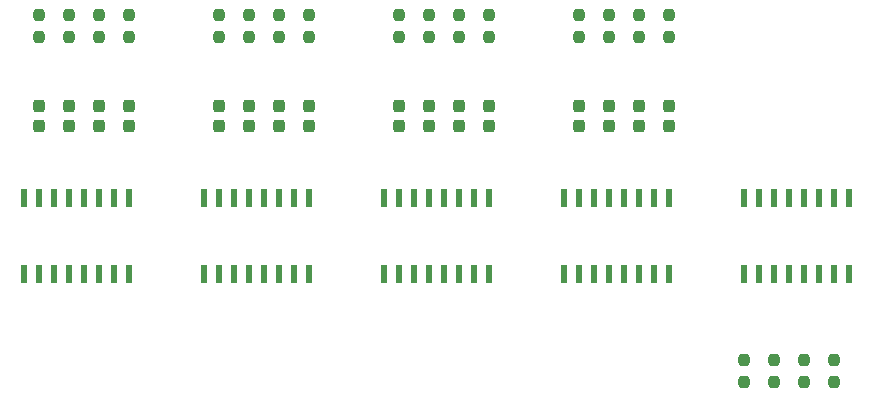
<source format=gtp>
G04 #@! TF.GenerationSoftware,KiCad,Pcbnew,9.0.0*
G04 #@! TF.CreationDate,2025-03-06T11:49:08+09:00*
G04 #@! TF.ProjectId,ufb_hat,7566625f-6861-4742-9e6b-696361645f70,rev?*
G04 #@! TF.SameCoordinates,PX2fd7508PY6486dd0*
G04 #@! TF.FileFunction,Paste,Top*
G04 #@! TF.FilePolarity,Positive*
%FSLAX46Y46*%
G04 Gerber Fmt 4.6, Leading zero omitted, Abs format (unit mm)*
G04 Created by KiCad (PCBNEW 9.0.0) date 2025-03-06 11:49:08*
%MOMM*%
%LPD*%
G01*
G04 APERTURE LIST*
G04 Aperture macros list*
%AMRoundRect*
0 Rectangle with rounded corners*
0 $1 Rounding radius*
0 $2 $3 $4 $5 $6 $7 $8 $9 X,Y pos of 4 corners*
0 Add a 4 corners polygon primitive as box body*
4,1,4,$2,$3,$4,$5,$6,$7,$8,$9,$2,$3,0*
0 Add four circle primitives for the rounded corners*
1,1,$1+$1,$2,$3*
1,1,$1+$1,$4,$5*
1,1,$1+$1,$6,$7*
1,1,$1+$1,$8,$9*
0 Add four rect primitives between the rounded corners*
20,1,$1+$1,$2,$3,$4,$5,0*
20,1,$1+$1,$4,$5,$6,$7,0*
20,1,$1+$1,$6,$7,$8,$9,0*
20,1,$1+$1,$8,$9,$2,$3,0*%
G04 Aperture macros list end*
%ADD10RoundRect,0.237500X0.237500X-0.287500X0.237500X0.287500X-0.237500X0.287500X-0.237500X-0.287500X0*%
%ADD11RoundRect,0.237500X0.237500X-0.250000X0.237500X0.250000X-0.237500X0.250000X-0.237500X-0.250000X0*%
%ADD12RoundRect,0.137500X-0.137500X0.662500X-0.137500X-0.662500X0.137500X-0.662500X0.137500X0.662500X0*%
%ADD13RoundRect,0.137500X0.137500X-0.662500X0.137500X0.662500X-0.137500X0.662500X-0.137500X-0.662500X0*%
G04 APERTURE END LIST*
D10*
G04 #@! TO.C,D2*
X8890000Y30875000D03*
X8890000Y32625000D03*
G04 #@! TD*
D11*
G04 #@! TO.C,R10*
X39370000Y38457500D03*
X39370000Y40282500D03*
G04 #@! TD*
D10*
G04 #@! TO.C,D13*
X52070000Y30875000D03*
X52070000Y32625000D03*
G04 #@! TD*
G04 #@! TO.C,D12*
X44450000Y30875000D03*
X44450000Y32625000D03*
G04 #@! TD*
D11*
G04 #@! TO.C,R12*
X44450000Y38457500D03*
X44450000Y40282500D03*
G04 #@! TD*
D10*
G04 #@! TO.C,D5*
X21590000Y30875000D03*
X21590000Y32625000D03*
G04 #@! TD*
D11*
G04 #@! TO.C,R4*
X13970000Y38457500D03*
X13970000Y40282500D03*
G04 #@! TD*
D10*
G04 #@! TO.C,D10*
X39370000Y30875000D03*
X39370000Y32625000D03*
G04 #@! TD*
G04 #@! TO.C,D9*
X36830000Y30875000D03*
X36830000Y32625000D03*
G04 #@! TD*
D11*
G04 #@! TO.C,R5*
X21590000Y38457500D03*
X21590000Y40282500D03*
G04 #@! TD*
G04 #@! TO.C,R9*
X36830000Y38457500D03*
X36830000Y40282500D03*
G04 #@! TD*
D12*
G04 #@! TO.C,U3*
X44450000Y24840000D03*
X43180000Y24840000D03*
X41910000Y24840000D03*
X40640000Y24840000D03*
X39370000Y24840000D03*
X38100000Y24840000D03*
X36830000Y24840000D03*
X35560000Y24840000D03*
X35560000Y18340000D03*
X36830000Y18340000D03*
X38100000Y18340000D03*
X39370000Y18340000D03*
X40640000Y18340000D03*
X41910000Y18340000D03*
X43180000Y18340000D03*
X44450000Y18340000D03*
G04 #@! TD*
G04 #@! TO.C,U2*
X29210000Y24840000D03*
X27940000Y24840000D03*
X26670000Y24840000D03*
X25400000Y24840000D03*
X24130000Y24840000D03*
X22860000Y24840000D03*
X21590000Y24840000D03*
X20320000Y24840000D03*
X20320000Y18340000D03*
X21590000Y18340000D03*
X22860000Y18340000D03*
X24130000Y18340000D03*
X25400000Y18340000D03*
X26670000Y18340000D03*
X27940000Y18340000D03*
X29210000Y18340000D03*
G04 #@! TD*
D11*
G04 #@! TO.C,R7*
X26670000Y38457500D03*
X26670000Y40282500D03*
G04 #@! TD*
D10*
G04 #@! TO.C,D16*
X59690000Y30875000D03*
X59690000Y32625000D03*
G04 #@! TD*
D11*
G04 #@! TO.C,R17*
X66040000Y9247500D03*
X66040000Y11072500D03*
G04 #@! TD*
D10*
G04 #@! TO.C,D4*
X13970000Y30875000D03*
X13970000Y32625000D03*
G04 #@! TD*
D11*
G04 #@! TO.C,R13*
X52070000Y38457500D03*
X52070000Y40282500D03*
G04 #@! TD*
G04 #@! TO.C,R3*
X11430000Y38457500D03*
X11430000Y40282500D03*
G04 #@! TD*
G04 #@! TO.C,R18*
X68580000Y9247500D03*
X68580000Y11072500D03*
G04 #@! TD*
D10*
G04 #@! TO.C,D15*
X57150000Y30875000D03*
X57150000Y32625000D03*
G04 #@! TD*
D12*
G04 #@! TO.C,U1*
X13970000Y24840000D03*
X12700000Y24840000D03*
X11430000Y24840000D03*
X10160000Y24840000D03*
X8890000Y24840000D03*
X7620000Y24840000D03*
X6350000Y24840000D03*
X5080000Y24840000D03*
X5080000Y18340000D03*
X6350000Y18340000D03*
X7620000Y18340000D03*
X8890000Y18340000D03*
X10160000Y18340000D03*
X11430000Y18340000D03*
X12700000Y18340000D03*
X13970000Y18340000D03*
G04 #@! TD*
D10*
G04 #@! TO.C,D11*
X41910000Y30875000D03*
X41910000Y32625000D03*
G04 #@! TD*
G04 #@! TO.C,D1*
X6350000Y30875000D03*
X6350000Y32625000D03*
G04 #@! TD*
D11*
G04 #@! TO.C,R16*
X59690000Y38457500D03*
X59690000Y40282500D03*
G04 #@! TD*
D10*
G04 #@! TO.C,D7*
X26670000Y30875000D03*
X26670000Y32625000D03*
G04 #@! TD*
D11*
G04 #@! TO.C,R2*
X8890000Y38457500D03*
X8890000Y40282500D03*
G04 #@! TD*
D10*
G04 #@! TO.C,D6*
X24130000Y30875000D03*
X24130000Y32625000D03*
G04 #@! TD*
D12*
G04 #@! TO.C,U4*
X59690000Y24840000D03*
X58420000Y24840000D03*
X57150000Y24840000D03*
X55880000Y24840000D03*
X54610000Y24840000D03*
X53340000Y24840000D03*
X52070000Y24840000D03*
X50800000Y24840000D03*
X50800000Y18340000D03*
X52070000Y18340000D03*
X53340000Y18340000D03*
X54610000Y18340000D03*
X55880000Y18340000D03*
X57150000Y18340000D03*
X58420000Y18340000D03*
X59690000Y18340000D03*
G04 #@! TD*
D11*
G04 #@! TO.C,R8*
X29210000Y38457500D03*
X29210000Y40282500D03*
G04 #@! TD*
G04 #@! TO.C,R11*
X41910000Y38457500D03*
X41910000Y40282500D03*
G04 #@! TD*
G04 #@! TO.C,R19*
X71120000Y9247500D03*
X71120000Y11072500D03*
G04 #@! TD*
D10*
G04 #@! TO.C,D14*
X54610000Y30875000D03*
X54610000Y32625000D03*
G04 #@! TD*
D11*
G04 #@! TO.C,R15*
X57150000Y38457500D03*
X57150000Y40282500D03*
G04 #@! TD*
D13*
G04 #@! TO.C,U5*
X66040000Y18340000D03*
X67310000Y18340000D03*
X68580000Y18340000D03*
X69850000Y18340000D03*
X71120000Y18340000D03*
X72390000Y18340000D03*
X73660000Y18340000D03*
X74930000Y18340000D03*
X74930000Y24840000D03*
X73660000Y24840000D03*
X72390000Y24840000D03*
X71120000Y24840000D03*
X69850000Y24840000D03*
X68580000Y24840000D03*
X67310000Y24840000D03*
X66040000Y24840000D03*
G04 #@! TD*
D10*
G04 #@! TO.C,D3*
X11430000Y30875000D03*
X11430000Y32625000D03*
G04 #@! TD*
D11*
G04 #@! TO.C,R20*
X73660000Y9247500D03*
X73660000Y11072500D03*
G04 #@! TD*
G04 #@! TO.C,R1*
X6350000Y38457500D03*
X6350000Y40282500D03*
G04 #@! TD*
G04 #@! TO.C,R14*
X54610000Y38457500D03*
X54610000Y40282500D03*
G04 #@! TD*
D10*
G04 #@! TO.C,D8*
X29210000Y30875000D03*
X29210000Y32625000D03*
G04 #@! TD*
D11*
G04 #@! TO.C,R6*
X24130000Y38457500D03*
X24130000Y40282500D03*
G04 #@! TD*
M02*

</source>
